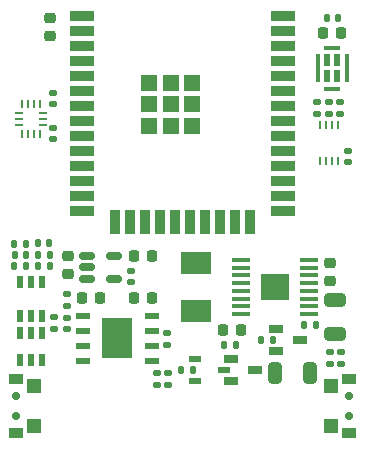
<source format=gbr>
%TF.GenerationSoftware,KiCad,Pcbnew,(6.0.6-0)*%
%TF.CreationDate,2022-11-04T12:46:31+01:00*%
%TF.ProjectId,GlowBandSmall,476c6f77-4261-46e6-9453-6d616c6c2e6b,rev?*%
%TF.SameCoordinates,Original*%
%TF.FileFunction,Soldermask,Top*%
%TF.FilePolarity,Negative*%
%FSLAX46Y46*%
G04 Gerber Fmt 4.6, Leading zero omitted, Abs format (unit mm)*
G04 Created by KiCad (PCBNEW (6.0.6-0)) date 2022-11-04 12:46:31*
%MOMM*%
%LPD*%
G01*
G04 APERTURE LIST*
G04 Aperture macros list*
%AMRoundRect*
0 Rectangle with rounded corners*
0 $1 Rounding radius*
0 $2 $3 $4 $5 $6 $7 $8 $9 X,Y pos of 4 corners*
0 Add a 4 corners polygon primitive as box body*
4,1,4,$2,$3,$4,$5,$6,$7,$8,$9,$2,$3,0*
0 Add four circle primitives for the rounded corners*
1,1,$1+$1,$2,$3*
1,1,$1+$1,$4,$5*
1,1,$1+$1,$6,$7*
1,1,$1+$1,$8,$9*
0 Add four rect primitives between the rounded corners*
20,1,$1+$1,$2,$3,$4,$5,0*
20,1,$1+$1,$4,$5,$6,$7,0*
20,1,$1+$1,$6,$7,$8,$9,0*
20,1,$1+$1,$8,$9,$2,$3,0*%
G04 Aperture macros list end*
%ADD10RoundRect,0.250000X-0.325000X-0.650000X0.325000X-0.650000X0.325000X0.650000X-0.325000X0.650000X0*%
%ADD11RoundRect,0.135000X0.185000X-0.135000X0.185000X0.135000X-0.185000X0.135000X-0.185000X-0.135000X0*%
%ADD12RoundRect,0.225000X-0.225000X-0.250000X0.225000X-0.250000X0.225000X0.250000X-0.225000X0.250000X0*%
%ADD13RoundRect,0.135000X0.135000X0.185000X-0.135000X0.185000X-0.135000X-0.185000X0.135000X-0.185000X0*%
%ADD14C,0.700025*%
%ADD15R,1.200000X0.900000*%
%ADD16R,1.300000X1.200000*%
%ADD17R,2.500000X1.900000*%
%ADD18R,0.550013X1.050013*%
%ADD19R,1.400000X0.450013*%
%ADD20R,0.450013X2.400000*%
%ADD21RoundRect,0.135000X-0.185000X0.135000X-0.185000X-0.135000X0.185000X-0.135000X0.185000X0.135000X0*%
%ADD22RoundRect,0.225000X0.250000X-0.225000X0.250000X0.225000X-0.250000X0.225000X-0.250000X-0.225000X0*%
%ADD23RoundRect,0.140000X-0.170000X0.140000X-0.170000X-0.140000X0.170000X-0.140000X0.170000X0.140000X0*%
%ADD24R,1.250013X0.700000*%
%ADD25RoundRect,0.140000X-0.140000X-0.170000X0.140000X-0.170000X0.140000X0.170000X-0.140000X0.170000X0*%
%ADD26O,0.250013X0.750013*%
%ADD27R,1.070003X0.600000*%
%ADD28RoundRect,0.140000X0.170000X-0.140000X0.170000X0.140000X-0.170000X0.140000X-0.170000X-0.140000X0*%
%ADD29RoundRect,0.225000X0.225000X0.250000X-0.225000X0.250000X-0.225000X-0.250000X0.225000X-0.250000X0*%
%ADD30RoundRect,0.135000X-0.135000X-0.185000X0.135000X-0.185000X0.135000X0.185000X-0.135000X0.185000X0*%
%ADD31R,0.550013X1.000000*%
%ADD32RoundRect,0.150000X-0.512500X-0.150000X0.512500X-0.150000X0.512500X0.150000X-0.512500X0.150000X0*%
%ADD33R,2.000000X0.900000*%
%ADD34R,0.900000X2.000000*%
%ADD35R,1.330000X1.330000*%
%ADD36R,0.280010X0.675006*%
%ADD37R,0.675006X0.280010*%
%ADD38R,1.200000X0.600000*%
%ADD39R,2.500000X3.499873*%
%ADD40R,0.532004X1.072009*%
%ADD41R,2.460000X2.310000*%
%ADD42RoundRect,0.100000X-0.687500X-0.100000X0.687500X-0.100000X0.687500X0.100000X-0.687500X0.100000X0*%
%ADD43RoundRect,0.225000X-0.250000X0.225000X-0.250000X-0.225000X0.250000X-0.225000X0.250000X0.225000X0*%
%ADD44RoundRect,0.140000X0.140000X0.170000X-0.140000X0.170000X-0.140000X-0.170000X0.140000X-0.170000X0*%
%ADD45RoundRect,0.250000X-0.650000X0.325000X-0.650000X-0.325000X0.650000X-0.325000X0.650000X0.325000X0*%
G04 APERTURE END LIST*
D10*
%TO.C,C6*%
X122172200Y-92405200D03*
X125122200Y-92405200D03*
%TD*%
D11*
%TO.C,R9*%
X126784000Y-91645200D03*
X126784000Y-90625200D03*
%TD*%
D12*
%TO.C,C5*%
X117703600Y-88747600D03*
X119253600Y-88747600D03*
%TD*%
D11*
%TO.C,R3*%
X112115600Y-93474000D03*
X112115600Y-92454000D03*
%TD*%
D13*
%TO.C,R11*%
X121972800Y-89611200D03*
X120952800Y-89611200D03*
%TD*%
D14*
%TO.C,SW2*%
X128401368Y-96049340D03*
X128401368Y-94349314D03*
D15*
X128401368Y-92899225D03*
X128401368Y-97499175D03*
D16*
X126851457Y-93524321D03*
X126851457Y-96874333D03*
%TD*%
D12*
%TO.C,C4*%
X110172200Y-86055200D03*
X111722200Y-86055200D03*
%TD*%
D13*
%TO.C,R7*%
X115165601Y-92151200D03*
X114145601Y-92151200D03*
%TD*%
D17*
%TO.C,U4*%
X115417600Y-87190838D03*
X115417600Y-83090762D03*
%TD*%
D18*
%TO.C,U13*%
X126564721Y-65948320D03*
X126564721Y-67298587D03*
X127414607Y-67298587D03*
X127414607Y-65948320D03*
D19*
X126989664Y-64898536D03*
D20*
X125764619Y-66623454D03*
D19*
X126989664Y-68348371D03*
D20*
X128214708Y-66623454D03*
%TD*%
D21*
%TO.C,R10*%
X103441145Y-87678800D03*
X103441145Y-88698800D03*
%TD*%
D22*
%TO.C,C9*%
X126796800Y-84658800D03*
X126796800Y-83108800D03*
%TD*%
D23*
%TO.C,C18*%
X109931200Y-83797200D03*
X109931200Y-84757200D03*
%TD*%
D24*
%TO.C,U9*%
X122240800Y-88661238D03*
X122240800Y-90561162D03*
X124240800Y-89611200D03*
%TD*%
D21*
%TO.C,R8*%
X127762000Y-90625200D03*
X127762000Y-91645200D03*
%TD*%
D25*
%TO.C,C14*%
X102085200Y-81432400D03*
X103045200Y-81432400D03*
%TD*%
D22*
%TO.C,C11*%
X104597200Y-84036200D03*
X104597200Y-82486200D03*
%TD*%
D12*
%TO.C,C7*%
X105803400Y-86055200D03*
X107353400Y-86055200D03*
%TD*%
D11*
%TO.C,R1*%
X126695200Y-70461600D03*
X126695200Y-69441600D03*
%TD*%
D25*
%TO.C,C15*%
X100104000Y-82397600D03*
X101064000Y-82397600D03*
%TD*%
D26*
%TO.C,U2*%
X127437161Y-71398889D03*
X126937034Y-71398889D03*
X126437161Y-71398889D03*
X125937034Y-71398889D03*
X125937034Y-74498711D03*
X126437161Y-74498711D03*
X126937034Y-74498711D03*
X127437161Y-74498711D03*
%TD*%
D27*
%TO.C,U11*%
X115353323Y-91218979D03*
X115353323Y-93118903D03*
X117823477Y-92168941D03*
%TD*%
D11*
%TO.C,R4*%
X125730000Y-70461600D03*
X125730000Y-69441600D03*
%TD*%
D28*
%TO.C,C1*%
X127609600Y-70451600D03*
X127609600Y-69491600D03*
%TD*%
%TO.C,C8*%
X104546400Y-88719600D03*
X104546400Y-87759600D03*
%TD*%
D29*
%TO.C,C16*%
X111722200Y-82511200D03*
X110172200Y-82511200D03*
%TD*%
D21*
%TO.C,R2*%
X113080800Y-92454000D03*
X113080800Y-93474000D03*
%TD*%
D13*
%TO.C,R16*%
X101074000Y-81466800D03*
X100054000Y-81466800D03*
%TD*%
D30*
%TO.C,R17*%
X102035200Y-83354000D03*
X103055200Y-83354000D03*
%TD*%
D31*
%TO.C,U5*%
X100510085Y-87556851D03*
X101460047Y-87556851D03*
X102410009Y-87556851D03*
X102410009Y-84756749D03*
X101460047Y-84756749D03*
X100510085Y-84756749D03*
%TD*%
D29*
%TO.C,C13*%
X127765200Y-63601600D03*
X126215200Y-63601600D03*
%TD*%
D32*
%TO.C,U12*%
X106253700Y-82531200D03*
X106253700Y-83481200D03*
X106253700Y-84431200D03*
X108528700Y-84431200D03*
X108528700Y-82531200D03*
%TD*%
D33*
%TO.C,U1*%
X105817900Y-62161250D03*
X105817900Y-63431250D03*
X105817900Y-64701250D03*
X105817900Y-65971250D03*
X105817900Y-67241250D03*
X105817900Y-68511250D03*
X105817900Y-69781250D03*
X105817900Y-71051250D03*
X105817900Y-72321250D03*
X105817900Y-73591250D03*
X105817900Y-74861250D03*
X105817900Y-76131250D03*
X105817900Y-77401250D03*
X105817900Y-78671250D03*
D34*
X108602900Y-79671250D03*
X109872900Y-79671250D03*
X111142900Y-79671250D03*
X112412900Y-79671250D03*
X113682900Y-79671250D03*
X114952900Y-79671250D03*
X116222900Y-79671250D03*
X117492900Y-79671250D03*
X118762900Y-79671250D03*
X120032900Y-79671250D03*
D33*
X122817900Y-78671250D03*
X122817900Y-77401250D03*
X122817900Y-76131250D03*
X122817900Y-74861250D03*
X122817900Y-73591250D03*
X122817900Y-72321250D03*
X122817900Y-71051250D03*
X122817900Y-69781250D03*
X122817900Y-68511250D03*
X122817900Y-67241250D03*
X122817900Y-65971250D03*
X122817900Y-64701250D03*
X122817900Y-63431250D03*
X122817900Y-62161250D03*
D35*
X113317900Y-71496250D03*
X115152900Y-69661250D03*
X113317900Y-69661250D03*
X111482900Y-69661250D03*
X115152900Y-71496250D03*
X111482900Y-71496250D03*
X113317900Y-67826250D03*
X111482900Y-67826250D03*
X115152900Y-67826250D03*
%TD*%
D36*
%TO.C,U15*%
X100700549Y-72202862D03*
X101200677Y-72202862D03*
X101700549Y-72202862D03*
X102200677Y-72202862D03*
D37*
X102463161Y-71440733D03*
X102463161Y-70940860D03*
X102463161Y-70440733D03*
D36*
X102200677Y-69678858D03*
X101700549Y-69678858D03*
X101200677Y-69678858D03*
X100700549Y-69678858D03*
D37*
X100438065Y-70440733D03*
X100438065Y-70940860D03*
X100438065Y-71440733D03*
%TD*%
D38*
%TO.C,U6*%
X111686048Y-91394410D03*
X111686048Y-90124407D03*
X111686048Y-88854405D03*
X111686048Y-87584402D03*
X105869436Y-87584402D03*
X105869436Y-88854405D03*
X105869436Y-90124407D03*
X105869436Y-91394410D03*
D39*
X108777742Y-89489406D03*
%TD*%
D40*
%TO.C,U7*%
X100510085Y-91319098D03*
X101460047Y-91319098D03*
X102410009Y-91319098D03*
X102410009Y-89020902D03*
X101460047Y-89020902D03*
X100510085Y-89020902D03*
%TD*%
D41*
%TO.C,U8*%
X122123200Y-85140800D03*
D42*
X119260700Y-82865800D03*
X119260700Y-83515800D03*
X119260700Y-84165800D03*
X119260700Y-84815800D03*
X119260700Y-85465800D03*
X119260700Y-86115800D03*
X119260700Y-86765800D03*
X119260700Y-87415800D03*
X124985700Y-87415800D03*
X124985700Y-86765800D03*
X124985700Y-86115800D03*
X124985700Y-85465800D03*
X124985700Y-84815800D03*
X124985700Y-84165800D03*
X124985700Y-83515800D03*
X124985700Y-82865800D03*
%TD*%
D28*
%TO.C,C20*%
X103378000Y-69669600D03*
X103378000Y-68709600D03*
%TD*%
%TO.C,C3*%
X128320800Y-74569200D03*
X128320800Y-73609200D03*
%TD*%
D43*
%TO.C,C2*%
X103124000Y-62356400D03*
X103124000Y-63906400D03*
%TD*%
D13*
%TO.C,R14*%
X125577600Y-88392000D03*
X124557600Y-88392000D03*
%TD*%
D11*
%TO.C,R12*%
X113030000Y-90019600D03*
X113030000Y-88999600D03*
%TD*%
D44*
%TO.C,C12*%
X127480000Y-62382400D03*
X126520000Y-62382400D03*
%TD*%
D30*
%TO.C,R6*%
X117803201Y-90068400D03*
X118823201Y-90068400D03*
%TD*%
D14*
%TO.C,SW1*%
X100191132Y-96049086D03*
X100191132Y-94349060D03*
D15*
X100191132Y-97499175D03*
X100191132Y-92899225D03*
D16*
X101741043Y-96874079D03*
X101741043Y-93524067D03*
%TD*%
D23*
%TO.C,C19*%
X103378000Y-71684000D03*
X103378000Y-72644000D03*
%TD*%
D30*
%TO.C,R18*%
X100054000Y-83346400D03*
X101074000Y-83346400D03*
%TD*%
D11*
%TO.C,R13*%
X104546400Y-86768400D03*
X104546400Y-85748400D03*
%TD*%
D45*
%TO.C,C10*%
X127203200Y-86205800D03*
X127203200Y-89155800D03*
%TD*%
D13*
%TO.C,R15*%
X103055200Y-82388800D03*
X102035200Y-82388800D03*
%TD*%
D24*
%TO.C,U3*%
X118430801Y-91201238D03*
X118430801Y-93101162D03*
X120430801Y-92151200D03*
%TD*%
M02*

</source>
